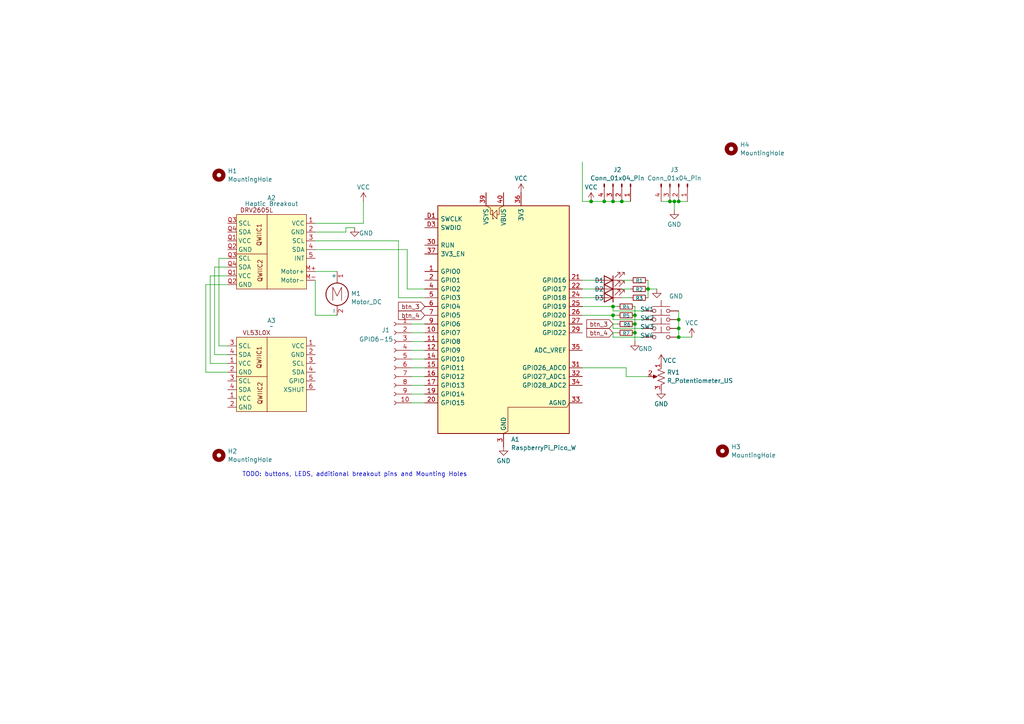
<source format=kicad_sch>
(kicad_sch (version 20250114) (generator "eeschema") (generator_version "9.0")
  (paper "A4")
  (lib_symbols
    (symbol "Connector:Conn_01x04_Pin" (pin_names (offset 1.016) (hide yes))
      (property "Reference" "J" (at 0 5.08 0))
      (property "Value" "Conn_01x04_Pin" (at 0 -7.62 0))
      (symbol "Conn_01x04_Pin_1_1"
        (rectangle (start 0.8636 2.667) (end 0 2.413) (stroke (width 0.1524)) (fill (type outline)))
        (rectangle (start 0.8636 0.127) (end 0 -0.127) (stroke (width 0.1524)) (fill (type outline)))
        (rectangle (start 0.8636 -2.413) (end 0 -2.667) (stroke (width 0.1524)) (fill (type outline)))
        (rectangle (start 0.8636 -4.953) (end 0 -5.207) (stroke (width 0.1524)) (fill (type outline)))
        (polyline (pts (xy 1.27 2.54) (xy 0.8636 2.54)) (stroke (width 0.1524)))
        (polyline (pts (xy 1.27 0) (xy 0.8636 0)) (stroke (width 0.1524)))
        (polyline (pts (xy 1.27 -2.54) (xy 0.8636 -2.54)) (stroke (width 0.1524)))
        (polyline (pts (xy 1.27 -5.08) (xy 0.8636 -5.08)) (stroke (width 0.1524)))
        (pin passive line (at 5.08 2.54 180) (length 3.81) (name "Pin_1") (number "1"))
        (pin passive line (at 5.08 0 180) (length 3.81) (name "Pin_2") (number "2"))
        (pin passive line (at 5.08 -2.54 180) (length 3.81) (name "Pin_3") (number "3"))
        (pin passive line (at 5.08 -5.08 180) (length 3.81) (name "Pin_4") (number "4"))
      )
    )
    (symbol "Connector:Conn_01x10_Socket" (pin_names (offset 1.016) (hide yes))
      (property "Reference" "J" (at 0 12.7 0))
      (property "Value" "Conn_01x10_Socket" (at 0 -15.24 0))
      (symbol "Conn_01x10_Socket_1_1"
        (polyline (pts (xy -1.27 10.16) (xy -0.508 10.16)) (stroke (width 0.1524)))
        (polyline (pts (xy -1.27 7.62) (xy -0.508 7.62)) (stroke (width 0.1524)))
        (polyline (pts (xy -1.27 5.08) (xy -0.508 5.08)) (stroke (width 0.1524)))
        (polyline (pts (xy -1.27 2.54) (xy -0.508 2.54)) (stroke (width 0.1524)))
        (polyline (pts (xy -1.27 0) (xy -0.508 0)) (stroke (width 0.1524)))
        (polyline (pts (xy -1.27 -2.54) (xy -0.508 -2.54)) (stroke (width 0.1524)))
        (polyline (pts (xy -1.27 -5.08) (xy -0.508 -5.08)) (stroke (width 0.1524)))
        (polyline (pts (xy -1.27 -7.62) (xy -0.508 -7.62)) (stroke (width 0.1524)))
        (polyline (pts (xy -1.27 -10.16) (xy -0.508 -10.16)) (stroke (width 0.1524)))
        (polyline (pts (xy -1.27 -12.7) (xy -0.508 -12.7)) (stroke (width 0.1524)))
        (arc (start 0 9.652) (mid -0.5058 10.16) (end 0 10.668) (stroke (width 0.1524)))
        (arc (start 0 7.112) (mid -0.5058 7.62) (end 0 8.128) (stroke (width 0.1524)))
        (arc (start 0 4.572) (mid -0.5058 5.08) (end 0 5.588) (stroke (width 0.1524)))
        (arc (start 0 2.032) (mid -0.5058 2.54) (end 0 3.048) (stroke (width 0.1524)))
        (arc (start 0 -0.508) (mid -0.5058 0) (end 0 0.508) (stroke (width 0.1524)))
        (arc (start 0 -3.048) (mid -0.5058 -2.54) (end 0 -2.032) (stroke (width 0.1524)))
        (arc (start 0 -5.588) (mid -0.5058 -5.08) (end 0 -4.572) (stroke (width 0.1524)))
        (arc (start 0 -8.128) (mid -0.5058 -7.62) (end 0 -7.112) (stroke (width 0.1524)))
        (arc (start 0 -10.668) (mid -0.5058 -10.16) (end 0 -9.652) (stroke (width 0.1524)))
        (arc (start 0 -13.208) (mid -0.5058 -12.7) (end 0 -12.192) (stroke (width 0.1524)))
        (pin passive line (at -5.08 10.16 0) (length 3.81) (name "Pin_1") (number "1"))
        (pin passive line (at -5.08 7.62 0) (length 3.81) (name "Pin_2") (number "2"))
        (pin passive line (at -5.08 5.08 0) (length 3.81) (name "Pin_3") (number "3"))
        (pin passive line (at -5.08 2.54 0) (length 3.81) (name "Pin_4") (number "4"))
        (pin passive line (at -5.08 0 0) (length 3.81) (name "Pin_5") (number "5"))
        (pin passive line (at -5.08 -2.54 0) (length 3.81) (name "Pin_6") (number "6"))
        (pin passive line (at -5.08 -5.08 0) (length 3.81) (name "Pin_7") (number "7"))
        (pin passive line (at -5.08 -7.62 0) (length 3.81) (name "Pin_8") (number "8"))
        (pin passive line (at -5.08 -10.16 0) (length 3.81) (name "Pin_9") (number "9"))
        (pin passive line (at -5.08 -12.7 0) (length 3.81) (name "Pin_10") (number "10"))
      )
    )
    (symbol "Device:LED" (pin_numbers (hide yes)) (pin_names (offset 1.016) (hide yes))
      (property "Reference" "D" (at 0 2.54 0))
      (property "Value" "LED" (at 0 -2.54 0))
      (symbol "LED_0_1"
        (polyline (pts (xy -3.048 -0.762) (xy -4.572 -2.286) (xy -3.81 -2.286) (xy -4.572 -2.286) (xy -4.572 -1.524)))
        (polyline (pts (xy -1.778 -0.762) (xy -3.302 -2.286) (xy -2.54 -2.286) (xy -3.302 -2.286) (xy -3.302 -1.524)))
        (polyline (pts (xy -1.27 0) (xy 1.27 0)))
        (polyline (pts (xy -1.27 -1.27) (xy -1.27 1.27)) (stroke (width 0.254)))
        (polyline (pts (xy 1.27 -1.27) (xy 1.27 1.27) (xy -1.27 0) (xy 1.27 -1.27)) (stroke (width 0.254)))
      )
      (symbol "LED_1_1"
        (pin passive line (at -3.81 0 0) (length 2.54) (name "K") (number "1"))
        (pin passive line (at 3.81 0 180) (length 2.54) (name "A") (number "2"))
      )
    )
    (symbol "Device:R_Potentiometer_US" (pin_names (offset 1.016) (hide yes))
      (property "Reference" "RV" (at -4.445 0 90))
      (property "Value" "R_Potentiometer_US" (at -2.54 0 90))
      (symbol "R_Potentiometer_US_0_1"
        (polyline (pts (xy 0 2.54) (xy 0 2.286)))
        (polyline (pts (xy 0 2.286) (xy 1.016 1.905) (xy 0 1.524) (xy -1.016 1.143) (xy 0 0.762)))
        (polyline (pts (xy 0 0.762) (xy 1.016 0.381) (xy 0 0) (xy -1.016 -0.381) (xy 0 -0.762)))
        (polyline (pts (xy 0 -0.762) (xy 1.016 -1.143) (xy 0 -1.524) (xy -1.016 -1.905) (xy 0 -2.286)))
        (polyline (pts (xy 0 -2.286) (xy 0 -2.54)))
        (polyline (pts (xy 1.143 0) (xy 2.286 0.508) (xy 2.286 -0.508) (xy 1.143 0)) (fill (type outline)))
        (polyline (pts (xy 2.54 0) (xy 1.524 0)))
      )
      (symbol "R_Potentiometer_US_1_1"
        (pin passive line (at 0 3.81 270) (length 1.27) (name "1") (number "1"))
        (pin passive line (at 0 -3.81 90) (length 1.27) (name "3") (number "3"))
        (pin passive line (at 3.81 0 180) (length 1.27) (name "2") (number "2"))
      )
    )
    (symbol "Device:R_Small" (pin_numbers (hide yes)) (pin_names (offset 0.254) (hide yes))
      (property "Reference" "R" (at 0 0 90))
      (property "Value" "R_Small" (at 1.778 0 90))
      (symbol "R_Small_0_1"
        (rectangle (start -0.762 1.778) (end 0.762 -1.778) (stroke (width 0.2032)))
      )
      (symbol "R_Small_1_1"
        (pin passive line (at 0 2.54 270) (length 0.762) (name "~") (number "1"))
        (pin passive line (at 0 -2.54 90) (length 0.762) (name "~") (number "2"))
      )
    )
    (symbol "HapticHandSymbolLibrary:Adafruit_DRV2605L"
      (property "Reference" "A" (at 6.858 8.636 0))
      (symbol "Adafruit_DRV2605L_0_1"
        (polyline (pts (xy -10.16 -3.81) (xy -1.27 -3.81) (xy -1.27 7.62) (xy -1.27 -13.97)))
      )
      (symbol "Adafruit_DRV2605L_1_1"
        (rectangle (start -10.16 7.62) (end 10.16 -13.97) (fill (type background)))
        (text "DRV2605L" (at -4.318 8.89 0) (effects (font (size 1.27 1.27))))
        (text "QWIIC1" (at -3.556 1.778 900) (effects (font (size 1.27 1.27))))
        (text "QWIIC2" (at -3.302 -8.636 900) (effects (font (size 1.27 1.27))))
        (pin bidirectional line (at -12.7 5.08 0) (length 2.54) (name "SCL") (number "Q3"))
        (pin bidirectional line (at -12.7 2.54 0) (length 2.54) (name "SDA") (number "Q4"))
        (pin power_in line (at -12.7 0 0) (length 2.54) (name "VCC") (number "Q1"))
        (pin power_in line (at -12.7 -2.54 0) (length 2.54) (name "GND") (number "Q2"))
        (pin bidirectional line (at -12.7 -5.08 0) (length 2.54) (name "SCL") (number "Q3"))
        (pin bidirectional line (at -12.7 -7.62 0) (length 2.54) (name "SDA") (number "Q4"))
        (pin power_in line (at -12.7 -10.16 0) (length 2.54) (name "VCC") (number "Q1"))
        (pin power_in line (at -12.7 -12.7 0) (length 2.54) (name "GND") (number "Q2"))
        (pin power_in line (at 12.7 5.08 180) (length 2.54) (name "VCC") (number "1"))
        (pin power_in line (at 12.7 2.54 180) (length 2.54) (name "GND") (number "2"))
        (pin bidirectional line (at 12.7 0 180) (length 2.54) (name "SCL") (number "3"))
        (pin bidirectional line (at 12.7 -2.54 180) (length 2.54) (name "SDA") (number "4"))
        (pin input line (at 12.7 -5.08 180) (length 2.54) (name "INT") (number "5"))
        (pin output line (at 12.7 -8.89 180) (length 2.54) (name "Motor+") (number "M+"))
        (pin output line (at 12.7 -11.43 180) (length 2.54) (name "Motor-") (number "M-"))
      )
    )
    (symbol "HapticHandSymbolLibrary:Adafruit_VL53L0X_Breakout"
      (property "Reference" "A" (at 6.858 8.636 0))
      (symbol "Adafruit_VL53L0X_Breakout_0_1"
        (polyline (pts (xy -10.16 -3.81) (xy -1.27 -3.81) (xy -1.27 7.62) (xy -1.27 -13.97)))
      )
      (symbol "Adafruit_VL53L0X_Breakout_1_1"
        (rectangle (start -10.16 7.62) (end 10.16 -13.97) (fill (type background)))
        (text "VL53L0X" (at -4.318 8.89 0) (effects (font (size 1.27 1.27))))
        (text "QWIIC1" (at -3.556 1.778 900) (effects (font (size 1.27 1.27))))
        (text "QWIIC2" (at -3.302 -8.636 900) (effects (font (size 1.27 1.27))))
        (pin bidirectional line (at -12.7 5.08 0) (length 2.54) (name "SCL") (number "3"))
        (pin bidirectional line (at -12.7 2.54 0) (length 2.54) (name "SDA") (number "4"))
        (pin power_in line (at -12.7 0 0) (length 2.54) (name "VCC") (number "1"))
        (pin power_in line (at -12.7 -2.54 0) (length 2.54) (name "GND") (number "2"))
        (pin bidirectional line (at -12.7 -5.08 0) (length 2.54) (name "SCL") (number "3"))
        (pin bidirectional line (at -12.7 -7.62 0) (length 2.54) (name "SDA") (number "4"))
        (pin power_in line (at -12.7 -10.16 0) (length 2.54) (name "VCC") (number "1"))
        (pin power_in line (at -12.7 -12.7 0) (length 2.54) (name "GND") (number "2"))
        (pin power_in line (at 12.7 5.08 180) (length 2.54) (name "VCC") (number "1"))
        (pin power_in line (at 12.7 2.54 180) (length 2.54) (name "GND") (number "2"))
        (pin bidirectional line (at 12.7 0 180) (length 2.54) (name "SCL") (number "3"))
        (pin bidirectional line (at 12.7 -2.54 180) (length 2.54) (name "SDA") (number "4"))
        (pin bidirectional line (at 12.7 -5.08 180) (length 2.54) (name "GPIO") (number "5"))
        (pin input line (at 12.7 -7.62 180) (length 2.54) (name "XSHUT") (number "6"))
      )
    )
    (symbol "MCU_Module:RaspberryPi_Pico_W_Debug" (pin_names (offset 0.762))
      (property "Reference" "A" (at -19.05 35.56 0))
      (property "Value" "RaspberryPi_Pico_W" (at 7.62 35.56 0))
      (symbol "RaspberryPi_Pico_W_Debug_0_1"
        (rectangle (start -19.05 34.29) (end 19.05 -31.75) (stroke (width 0.254)) (fill (type background)))
        (polyline (pts (xy -5.08 34.29) (xy -3.81 33.655) (xy -3.81 31.75) (xy -3.175 31.75)))
        (polyline (pts (xy -3.429 32.766) (xy -3.429 33.02) (xy -3.175 33.02) (xy -3.175 30.48) (xy -2.921 30.48) (xy -2.921 30.734)))
        (polyline (pts (xy -3.175 31.75) (xy -1.905 33.02) (xy -1.905 30.48) (xy -3.175 31.75)))
        (polyline (pts (xy 0 34.29) (xy -1.27 33.655) (xy -1.27 31.75) (xy -1.905 31.75)))
        (polyline (pts (xy 0 -31.75) (xy 1.27 -31.115) (xy 1.27 -24.13) (xy 18.415 -24.13) (xy 19.05 -22.86)))
      )
      (symbol "RaspberryPi_Pico_W_Debug_1_1"
        (pin input line (at -22.86 30.48 0) (length 3.81) (name "SWCLK") (number "D1"))
        (pin bidirectional line (at -22.86 27.94 0) (length 3.81) (name "SWDIO") (number "D3"))
        (pin passive line (at -22.86 22.86 0) (length 3.81) (name "RUN") (number "30"))
        (pin passive line (at -22.86 20.32 0) (length 3.81) (name "3V3_EN") (number "37"))
        (pin bidirectional line (at -22.86 15.24 0) (length 3.81) (name "GPIO0") (number "1"))
        (pin bidirectional line (at -22.86 12.7 0) (length 3.81) (name "GPIO1") (number "2"))
        (pin bidirectional line (at -22.86 10.16 0) (length 3.81) (name "GPIO2") (number "4"))
        (pin bidirectional line (at -22.86 7.62 0) (length 3.81) (name "GPIO3") (number "5"))
        (pin bidirectional line (at -22.86 5.08 0) (length 3.81) (name "GPIO4") (number "6"))
        (pin bidirectional line (at -22.86 2.54 0) (length 3.81) (name "GPIO5") (number "7"))
        (pin bidirectional line (at -22.86 0 0) (length 3.81) (name "GPIO6") (number "9"))
        (pin bidirectional line (at -22.86 -2.54 0) (length 3.81) (name "GPIO7") (number "10"))
        (pin bidirectional line (at -22.86 -5.08 0) (length 3.81) (name "GPIO8") (number "11"))
        (pin bidirectional line (at -22.86 -7.62 0) (length 3.81) (name "GPIO9") (number "12"))
        (pin bidirectional line (at -22.86 -10.16 0) (length 3.81) (name "GPIO10") (number "14"))
        (pin bidirectional line (at -22.86 -12.7 0) (length 3.81) (name "GPIO11") (number "15"))
        (pin bidirectional line (at -22.86 -15.24 0) (length 3.81) (name "GPIO12") (number "16"))
        (pin bidirectional line (at -22.86 -17.78 0) (length 3.81) (name "GPIO13") (number "17"))
        (pin bidirectional line (at -22.86 -20.32 0) (length 3.81) (name "GPIO14") (number "19"))
        (pin bidirectional line (at -22.86 -22.86 0) (length 3.81) (name "GPIO15") (number "20"))
        (pin power_in line (at -5.08 38.1 270) (length 3.81) (name "VSYS") (number "39"))
        (pin power_out line (at 0 38.1 270) (length 3.81) (name "VBUS") (number "40"))
        (pin passive line (at 0 -35.56 90) (length 3.81) (hide yes) (name "GND") (number "13"))
        (pin passive line (at 0 -35.56 90) (length 3.81) (hide yes) (name "GND") (number "18"))
        (pin passive line (at 0 -35.56 90) (length 3.81) (hide yes) (name "GND") (number "23"))
        (pin passive line (at 0 -35.56 90) (length 3.81) (hide yes) (name "GND") (number "28"))
        (pin power_out line (at 0 -35.56 90) (length 3.81) (name "GND") (number "3"))
        (pin passive line (at 0 -35.56 90) (length 3.81) (hide yes) (name "GND") (number "38"))
        (pin passive line (at 0 -35.56 90) (length 3.81) (hide yes) (name "GND") (number "8"))
        (pin passive line (at 0 -35.56 90) (length 3.81) (hide yes) (name "GND") (number "D2"))
        (pin power_out line (at 5.08 38.1 270) (length 3.81) (name "3V3") (number "36"))
        (pin bidirectional line (at 22.86 12.7 180) (length 3.81) (name "GPIO16") (number "21"))
        (pin bidirectional line (at 22.86 10.16 180) (length 3.81) (name "GPIO17") (number "22"))
        (pin bidirectional line (at 22.86 7.62 180) (length 3.81) (name "GPIO18") (number "24"))
        (pin bidirectional line (at 22.86 5.08 180) (length 3.81) (name "GPIO19") (number "25"))
        (pin bidirectional line (at 22.86 2.54 180) (length 3.81) (name "GPIO20") (number "26"))
        (pin bidirectional line (at 22.86 0 180) (length 3.81) (name "GPIO21") (number "27"))
        (pin bidirectional line (at 22.86 -2.54 180) (length 3.81) (name "GPIO22") (number "29"))
        (pin power_in line (at 22.86 -7.62 180) (length 3.81) (name "ADC_VREF") (number "35"))
        (pin bidirectional line (at 22.86 -12.7 180) (length 3.81) (name "GPIO26_ADC0") (number "31"))
        (pin bidirectional line (at 22.86 -15.24 180) (length 3.81) (name "GPIO27_ADC1") (number "32"))
        (pin bidirectional line (at 22.86 -17.78 180) (length 3.81) (name "GPIO28_ADC2") (number "34"))
        (pin power_out line (at 22.86 -22.86 180) (length 3.81) (name "AGND") (number "33"))
      )
    )
    (symbol "Mechanical:MountingHole" (pin_names (offset 1.016)) (in_bom no)
      (property "Reference" "H" (at 0 5.08 0))
      (property "Value" "MountingHole" (at 0 3.175 0))
      (symbol "MountingHole_0_1"
        (circle (center 0 0) (radius 1.27) (stroke (width 1.27)))
      )
    )
    (symbol "Motor:Motor_DC" (pin_names (offset 0))
      (property "Reference" "M" (at 2.54 2.54 0))
      (property "Value" "Motor_DC" (at 2.54 -5.08 0))
      (symbol "Motor_DC_0_0"
        (polyline (pts (xy -1.27 -3.302) (xy -1.27 0.508) (xy 0 -2.032) (xy 1.27 0.508) (xy 1.27 -3.302)))
      )
      (symbol "Motor_DC_0_1"
        (polyline (pts (xy 0 2.032) (xy 0 2.54)))
        (polyline (pts (xy 0 1.7272) (xy 0 2.0828)))
        (circle (center 0 -1.524) (radius 3.2512) (stroke (width 0.254)))
        (polyline (pts (xy 0 -4.7752) (xy 0 -5.1816)))
        (polyline (pts (xy 0 -7.62) (xy 0 -7.112)))
      )
      (symbol "Motor_DC_1_1"
        (pin passive line (at 0 5.08 270) (length 2.54) (name "+") (number "1"))
        (pin passive line (at 0 -7.62 90) (length 2.54) (name "-") (number "2"))
      )
    )
    (symbol "Switch:SW_Push" (pin_numbers (hide yes)) (pin_names (offset 1.016) (hide yes))
      (property "Reference" "SW" (at 1.27 2.54 0))
      (property "Value" "SW_Push" (at 0 -1.524 0))
      (symbol "SW_Push_0_1"
        (circle (center -2.032 0) (radius 0.508))
        (polyline (pts (xy 0 1.27) (xy 0 3.048)))
        (circle (center 2.032 0) (radius 0.508))
        (polyline (pts (xy 2.54 1.27) (xy -2.54 1.27)))
        (pin passive line (at -5.08 0 0) (length 2.54) (name "1") (number "1"))
        (pin passive line (at 5.08 0 180) (length 2.54) (name "2") (number "2"))
      )
    )
    (symbol "power:GND" (power) (pin_numbers (hide yes)) (pin_names (offset 0) (hide yes))
      (property "Value" "GND" (at 0 -3.81 0))
      (symbol "GND_0_1"
        (polyline (pts (xy 0 0) (xy 0 -1.27) (xy 1.27 -1.27) (xy 0 -2.54) (xy -1.27 -1.27) (xy 0 -1.27)))
      )
      (symbol "GND_1_1"
        (pin power_in line (at 0 0 270) (length 0) (name "~") (number "1"))
      )
    )
    (symbol "power:VCC" (power) (pin_numbers (hide yes)) (pin_names (offset 0) (hide yes))
      (property "Value" "VCC" (at 0 3.556 0))
      (symbol "VCC_0_1"
        (polyline (pts (xy -0.762 1.27) (xy 0 2.54)))
        (polyline (pts (xy 0 2.54) (xy 0.762 1.27)))
        (polyline (pts (xy 0 0) (xy 0 2.54)))
      )
      (symbol "VCC_1_1"
        (pin power_in line (at 0 0 90) (length 0) (name "~") (number "1"))
      )
    )
  )
  (text "TODO: buttons, LEDS, additional breakout pins and Mounting Holes" (at 102.87 137.668 0) (effects (font (size 1.27 1.27))))
  (junction (at 196.85 95.25))
  (junction (at 180.34 58.42))
  (junction (at 194.31 58.42))
  (junction (at 196.85 58.42))
  (junction (at 175.26 58.42))
  (junction (at 196.85 92.71))
  (junction (at 187.96 83.82))
  (junction (at 196.85 97.79))
  (junction (at 184.15 91.44))
  (junction (at 177.8 91.44))
  (junction (at 177.8 88.9))
  (junction (at 195.58 58.42))
  (junction (at 171.45 58.42))
  (junction (at 184.15 93.98))
  (junction (at 177.8 58.42))
  (junction (at 184.15 96.52))
  (wire (pts (xy 168.91 81.28) (xy 172.72 81.28)))
  (wire (pts (xy 184.15 93.98) (xy 184.15 96.52)))
  (wire (pts (xy 180.34 83.82) (xy 182.88 83.82)))
  (wire (pts (xy 63.5 100.33) (xy 66.04 100.33)))
  (wire (pts (xy 180.34 86.36) (xy 182.88 86.36)))
  (wire (pts (xy 100.33 66.04) (xy 102.87 66.04)))
  (wire (pts (xy 119.38 116.84) (xy 123.19 116.84)))
  (wire (pts (xy 184.15 91.44) (xy 184.15 93.98)))
  (wire (pts (xy 195.58 58.42) (xy 195.58 60.96)))
  (wire (pts (xy 100.33 66.04) (xy 100.33 67.31)))
  (wire (pts (xy 194.31 58.42) (xy 195.58 58.42)))
  (wire (pts (xy 91.44 69.85) (xy 115.57 69.85)))
  (wire (pts (xy 115.57 86.36) (xy 115.57 69.85)))
  (wire (pts (xy 59.69 107.95) (xy 66.04 107.95)))
  (wire (pts (xy 177.8 95.25) (xy 177.8 93.98)))
  (wire (pts (xy 66.04 74.93) (xy 63.5 74.93)))
  (wire (pts (xy 187.96 81.28) (xy 187.96 83.82)))
  (wire (pts (xy 119.38 106.68) (xy 123.19 106.68)))
  (wire (pts (xy 196.85 95.25) (xy 196.85 97.79)))
  (wire (pts (xy 187.96 83.82) (xy 187.96 86.36)))
  (wire (pts (xy 60.96 80.01) (xy 60.96 105.41)))
  (wire (pts (xy 177.8 97.79) (xy 177.8 96.52)))
  (wire (pts (xy 105.41 58.42) (xy 105.41 64.77)))
  (wire (pts (xy 91.44 78.74) (xy 97.79 78.74)))
  (wire (pts (xy 180.34 81.28) (xy 182.88 81.28)))
  (wire (pts (xy 186.69 90.17) (xy 177.8 90.17)))
  (wire (pts (xy 196.85 92.71) (xy 196.85 95.25)))
  (wire (pts (xy 62.23 77.47) (xy 62.23 102.87)))
  (wire (pts (xy 181.61 109.22) (xy 187.96 109.22)))
  (wire (pts (xy 177.8 91.44) (xy 179.07 91.44)))
  (wire (pts (xy 191.77 58.42) (xy 194.31 58.42)))
  (wire (pts (xy 59.69 82.55) (xy 59.69 107.95)))
  (wire (pts (xy 186.69 95.25) (xy 177.8 95.25)))
  (wire (pts (xy 62.23 102.87) (xy 66.04 102.87)))
  (wire (pts (xy 186.69 97.79) (xy 177.8 97.79)))
  (wire (pts (xy 171.45 58.42) (xy 175.26 58.42)))
  (wire (pts (xy 177.8 93.98) (xy 179.07 93.98)))
  (wire (pts (xy 60.96 105.41) (xy 66.04 105.41)))
  (wire (pts (xy 184.15 96.52) (xy 184.15 99.06)))
  (wire (pts (xy 66.04 80.01) (xy 60.96 80.01)))
  (wire (pts (xy 168.91 58.42) (xy 171.45 58.42)))
  (wire (pts (xy 100.33 67.31) (xy 91.44 67.31)))
  (wire (pts (xy 91.44 64.77) (xy 105.41 64.77)))
  (wire (pts (xy 196.85 97.79) (xy 200.66 97.79)))
  (wire (pts (xy 168.91 83.82) (xy 172.72 83.82)))
  (wire (pts (xy 190.5 83.82) (xy 187.96 83.82)))
  (wire (pts (xy 177.8 88.9) (xy 179.07 88.9)))
  (wire (pts (xy 186.69 92.71) (xy 177.8 92.71)))
  (wire (pts (xy 168.91 46.99) (xy 168.91 58.42)))
  (wire (pts (xy 123.19 86.36) (xy 115.57 86.36)))
  (wire (pts (xy 118.11 72.39) (xy 91.44 72.39)))
  (wire (pts (xy 123.19 83.82) (xy 118.11 83.82)))
  (wire (pts (xy 181.61 106.68) (xy 181.61 109.22)))
  (wire (pts (xy 66.04 82.55) (xy 59.69 82.55)))
  (wire (pts (xy 177.8 58.42) (xy 180.34 58.42)))
  (wire (pts (xy 119.38 101.6) (xy 123.19 101.6)))
  (wire (pts (xy 168.91 91.44) (xy 177.8 91.44)))
  (wire (pts (xy 119.38 109.22) (xy 123.19 109.22)))
  (wire (pts (xy 177.8 92.71) (xy 177.8 91.44)))
  (wire (pts (xy 91.44 81.28) (xy 91.44 91.44)))
  (wire (pts (xy 63.5 74.93) (xy 63.5 100.33)))
  (wire (pts (xy 119.38 111.76) (xy 123.19 111.76)))
  (wire (pts (xy 175.26 58.42) (xy 177.8 58.42)))
  (wire (pts (xy 180.34 58.42) (xy 182.88 58.42)))
  (wire (pts (xy 119.38 104.14) (xy 123.19 104.14)))
  (wire (pts (xy 177.8 96.52) (xy 179.07 96.52)))
  (wire (pts (xy 66.04 77.47) (xy 62.23 77.47)))
  (wire (pts (xy 196.85 90.17) (xy 196.85 92.71)))
  (wire (pts (xy 168.91 88.9) (xy 177.8 88.9)))
  (wire (pts (xy 168.91 86.36) (xy 172.72 86.36)))
  (wire (pts (xy 196.85 58.42) (xy 199.39 58.42)))
  (wire (pts (xy 195.58 58.42) (xy 196.85 58.42)))
  (wire (pts (xy 119.38 93.98) (xy 123.19 93.98)))
  (wire (pts (xy 119.38 96.52) (xy 123.19 96.52)))
  (wire (pts (xy 177.8 90.17) (xy 177.8 88.9)))
  (wire (pts (xy 91.44 91.44) (xy 97.79 91.44)))
  (wire (pts (xy 119.38 99.06) (xy 123.19 99.06)))
  (wire (pts (xy 119.38 114.3) (xy 123.19 114.3)))
  (wire (pts (xy 118.11 83.82) (xy 118.11 72.39)))
  (wire (pts (xy 184.15 88.9) (xy 184.15 91.44)))
  (wire (pts (xy 168.91 106.68) (xy 181.61 106.68)))
  (global_label "btn_3" (shape input) (at 123.19 88.9 180) (property "Intersheetrefs" "${INTERSHEET_REFS}" (effects (hide yes))))
  (global_label "btn_4" (shape input) (at 177.8 96.52 180) (property "Intersheetrefs" "${INTERSHEET_REFS}" (effects (hide yes))))
  (global_label "btn_3" (shape input) (at 177.8 93.98 180) (property "Intersheetrefs" "${INTERSHEET_REFS}" (effects (hide yes))))
  (global_label "btn_4" (shape input) (at 123.19 91.44 180) (property "Intersheetrefs" "${INTERSHEET_REFS}" (effects (hide yes))))
  (symbol (lib_id "Device:LED") (at 176.53 83.82 180) (unit 1)
    (property "Reference" "D2" (at 173.7995 83.8665 0))
    (property "Value" "LED" (effects (hide yes)))
    (property "Footprint" "LED_SMD:LED_0603_1608Metric_Pad1.05x0.95mm_HandSolder" (effects (hide yes)))
    (property "Description" "Light emitting diode" (effects (hide yes)))
    (property "Sim.Pins" "1=K 2=A" (effects (hide yes)))
  )
  (symbol (lib_id "Device:LED") (at 176.53 81.28 180) (unit 1)
    (property "Reference" "D1" (at 173.7995 81.3265 0))
    (property "Value" "LED" (effects (hide yes)))
    (property "Footprint" "LED_SMD:LED_0603_1608Metric_Pad1.05x0.95mm_HandSolder" (effects (hide yes)))
    (property "Description" "Light emitting diode" (effects (hide yes)))
    (property "Sim.Pins" "1=K 2=A" (effects (hide yes)))
  )
  (symbol (lib_id "Device:R_Small") (at 181.61 91.44 90) (unit 1)
    (property "Reference" "R5" (at 181.61 91.5893 90) (effects (font (size 1.016 1.016))))
    (property "Value" "R_Small" (effects (hide yes)))
    (property "Footprint" "Resistor_SMD:R_0603_1608Metric_Pad0.98x0.95mm_HandSolder" (effects (hide yes)))
    (property "Description" "Resistor, small symbol" (effects (hide yes)))
  )
  (symbol (lib_id "Connector:Conn_01x04_Pin") (at 180.34 53.34 270) (unit 1)
    (property "Reference" "J2" (at 179.07 49.2463 90))
    (property "Value" "Conn_01x04_Pin" (at 179.07 51.6706 90))
    (property "Footprint" "Connector_PinHeader_2.54mm:PinHeader_1x04_P2.54mm_Vertical" (effects (hide yes)))
    (property "Description" "Generic connector, single row, 01x04, script generated" (effects (hide yes)))
  )
  (symbol (lib_id "Device:LED") (at 176.53 86.36 180) (unit 1)
    (property "Reference" "D3" (at 173.7995 86.4065 0))
    (property "Value" "LED" (effects (hide yes)))
    (property "Footprint" "LED_SMD:LED_0603_1608Metric_Pad1.05x0.95mm_HandSolder" (effects (hide yes)))
    (property "Description" "Light emitting diode" (effects (hide yes)))
    (property "Sim.Pins" "1=K 2=A" (effects (hide yes)))
  )
  (symbol (lib_id "power:GND") (at 102.87 66.04 0) (unit 1)
    (property "Reference" "#PWR06" (effects (hide yes)))
    (property "Value" "GND" (at 106.172 67.6331 0))
    (property "Description" "Power symbol creates a global label with name \"GND\" , ground" (effects (hide yes)))
  )
  (symbol (lib_id "Device:R_Small") (at 185.42 83.82 90) (unit 1)
    (property "Reference" "R2" (at 185.42 83.9693 90) (effects (font (size 1.016 1.016))))
    (property "Value" "R_Small" (effects (hide yes)))
    (property "Footprint" "Resistor_SMD:R_0603_1608Metric_Pad0.98x0.95mm_HandSolder" (effects (hide yes)))
    (property "Description" "Resistor, small symbol" (effects (hide yes)))
  )
  (symbol (lib_id "Switch:SW_Push") (at 191.77 90.17 0) (unit 1)
    (property "Reference" "SW1" (at 187.706 89.7085 0))
    (property "Value" "SW_Push" (effects (hide yes)))
    (property "Footprint" "Button_Switch_SMD:SW_Push_1P1T_NO_E-Switch_TL3301NxxxxxG" (effects (hide yes)))
    (property "Description" "Push button switch, generic, two pins" (effects (hide yes)))
  )
  (symbol (lib_id "power:VCC") (at 191.77 105.41 0) (unit 1)
    (property "Reference" "#PWR03" (effects (hide yes)))
    (property "Value" "VCC" (at 194.31 104.5789 0))
    (property "Description" "Power symbol creates a global label with name \"VCC\"" (effects (hide yes)))
  )
  (symbol (lib_id "power:VCC") (at 171.45 58.42 0) (unit 1)
    (property "Reference" "#PWR09" (effects (hide yes)))
    (property "Value" "VCC" (at 171.45 54.2869 0))
    (property "Description" "Power symbol creates a global label with name \"VCC\"" (effects (hide yes)))
  )
  (symbol (lib_id "MCU_Module:RaspberryPi_Pico_W_Debug") (at 146.05 93.98 0) (unit 1)
    (property "Reference" "A1" (at 148.1933 127.4501 0) (effects (justify left)))
    (property "Value" "RaspberryPi_Pico_W" (at 148.1933 129.8744 0) (effects (justify left)))
    (property "Footprint" "Module:RaspberryPi_Pico_Common_Unspecified" (effects (hide yes)))
    (property "Datasheet" "https://datasheets.raspberrypi.com/picow/pico-w-datasheet.pdf" (effects (hide yes)))
    (property "Description" "Versatile and inexpensive wireless microcontroller module (with debug pins) powered by RP2040 dual-core Arm Cortex-M0+ processor up to 133 MHz, 264kB SRAM, 2MB QSPI flash, Infineon CYW43439 2.4GHz 802.11n wireless LAN; also supports Raspberry Pi Pico 2 W" (effects (hide yes)))
  )
  (symbol (lib_id "Device:R_Small") (at 185.42 81.28 90) (unit 1)
    (property "Reference" "R1" (at 185.42 81.4293 90) (effects (font (size 1.016 1.016))))
    (property "Value" "R_Small" (effects (hide yes)))
    (property "Footprint" "Resistor_SMD:R_0603_1608Metric_Pad0.98x0.95mm_HandSolder" (effects (hide yes)))
    (property "Description" "Resistor, small symbol" (effects (hide yes)))
  )
  (symbol (lib_id "power:GND") (at 184.15 99.06 0) (unit 1)
    (property "Reference" "#PWR08" (effects (hide yes)))
    (property "Value" "GND" (at 187.198 101.1611 0))
    (property "Description" "Power symbol creates a global label with name \"GND\" , ground" (effects (hide yes)))
  )
  (symbol (lib_id "Mechanical:MountingHole") (at 209.55 130.81 0) (unit 1) (in_bom no)
    (property "Reference" "H3" (at 212.09 129.5978 0) (effects (justify left)))
    (property "Value" "MountingHole" (at 212.09 132.0221 0) (effects (justify left)))
    (property "Footprint" "MountingHole:MountingHole_3.2mm_M3" (effects (hide yes)))
    (property "Description" "Mounting Hole without connection" (effects (hide yes)))
  )
  (symbol (lib_id "HapticHandSymbolLibrary:Adafruit_DRV2605L") (at 78.74 69.85 0) (unit 1)
    (property "Reference" "A2" (at 78.74 57.4069 0))
    (property "Value" "Haptic Breakout" (at 78.74 59.0883 0))
    (property "Footprint" "HapticHand_Project_Library:Adafruit DRV2605L Breakout" (effects (hide yes)))
  )
  (symbol (lib_id "Mechanical:MountingHole") (at 63.5 132.08 0) (unit 1) (in_bom no)
    (property "Reference" "H2" (at 66.04 130.8678 0) (effects (justify left)))
    (property "Value" "MountingHole" (at 66.04 133.2921 0) (effects (justify left)))
    (property "Footprint" "MountingHole:MountingHole_3.2mm_M3" (effects (hide yes)))
    (property "Description" "Mounting Hole without connection" (effects (hide yes)))
  )
  (symbol (lib_id "Device:R_Potentiometer_US") (at 191.77 109.22 0) (mirror y) (unit 1)
    (property "Reference" "RV1" (at 193.421 108.0078 0) (effects (justify right)))
    (property "Value" "R_Potentiometer_US" (at 193.421 110.4321 0) (effects (justify right)))
    (property "Footprint" "Connector_JST:JST_XH_B3B-XH-A_1x03_P2.50mm_Vertical" (effects (hide yes)))
    (property "Description" "Potentiometer, US symbol" (effects (hide yes)))
  )
  (symbol (lib_id "Device:R_Small") (at 181.61 96.52 90) (unit 1)
    (property "Reference" "R7" (at 181.61 96.6693 90) (effects (font (size 1.016 1.016))))
    (property "Value" "R_Small" (effects (hide yes)))
    (property "Footprint" "Resistor_SMD:R_0603_1608Metric_Pad0.98x0.95mm_HandSolder" (effects (hide yes)))
    (property "Description" "Resistor, small symbol" (effects (hide yes)))
  )
  (symbol (lib_id "Mechanical:MountingHole") (at 212.09 43.18 0) (unit 1) (in_bom no)
    (property "Reference" "H4" (at 214.63 41.9678 0) (effects (justify left)))
    (property "Value" "MountingHole" (at 214.63 44.3921 0) (effects (justify left)))
    (property "Footprint" "MountingHole:MountingHole_3.2mm_M3" (effects (hide yes)))
    (property "Description" "Mounting Hole without connection" (effects (hide yes)))
  )
  (symbol (lib_id "Mechanical:MountingHole") (at 63.5 50.8 0) (unit 1) (in_bom no)
    (property "Reference" "H1" (at 66.04 49.5878 0) (effects (justify left)))
    (property "Value" "MountingHole" (at 66.04 52.0121 0) (effects (justify left)))
    (property "Footprint" "MountingHole:MountingHole_3.2mm_M3" (effects (hide yes)))
    (property "Description" "Mounting Hole without connection" (effects (hide yes)))
  )
  (symbol (lib_id "HapticHandSymbolLibrary:Adafruit_VL53L0X_Breakout") (at 78.74 105.41 0) (unit 1) (on_board no)
    (property "Reference" "A3" (at 78.74 92.9669 0))
    (property "Value" "~" (at 78.74 94.6483 0))
  )
  (symbol (lib_id "Device:R_Small") (at 181.61 93.98 90) (unit 1)
    (property "Reference" "R6" (at 181.864 94.1293 90) (effects (font (size 1.016 1.016))))
    (property "Value" "R_Small" (effects (hide yes)))
    (property "Footprint" "Resistor_SMD:R_0603_1608Metric_Pad0.98x0.95mm_HandSolder" (effects (hide yes)))
    (property "Description" "Resistor, small symbol" (effects (hide yes)))
  )
  (symbol (lib_id "Switch:SW_Push") (at 191.77 92.71 0) (unit 1)
    (property "Reference" "SW2" (at 187.706 92.2485 0))
    (property "Value" "SW_Push" (effects (hide yes)))
    (property "Footprint" "Button_Switch_SMD:SW_Push_1P1T_NO_E-Switch_TL3301NxxxxxG" (effects (hide yes)))
    (property "Description" "Push button switch, generic, two pins" (effects (hide yes)))
  )
  (symbol (lib_id "power:VCC") (at 151.13 55.88 0) (unit 1)
    (property "Reference" "#PWR01" (effects (hide yes)))
    (property "Value" "VCC" (at 151.13 51.7469 0))
    (property "Description" "Power symbol creates a global label with name \"VCC\"" (effects (hide yes)))
  )
  (symbol (lib_id "Switch:SW_Push") (at 191.77 95.25 0) (unit 1)
    (property "Reference" "SW3" (at 187.706 94.7885 0))
    (property "Value" "SW_Push" (effects (hide yes)))
    (property "Footprint" "Button_Switch_SMD:SW_Push_1P1T_NO_E-Switch_TL3301NxxxxxG" (effects (hide yes)))
    (property "Description" "Push button switch, generic, two pins" (effects (hide yes)))
  )
  (symbol (lib_id "Device:R_Small") (at 185.42 86.36 90) (unit 1)
    (property "Reference" "R3" (at 185.42 86.5093 90) (effects (font (size 1.016 1.016))))
    (property "Value" "R_Small" (effects (hide yes)))
    (property "Footprint" "Resistor_SMD:R_0603_1608Metric_Pad0.98x0.95mm_HandSolder" (effects (hide yes)))
    (property "Description" "Resistor, small symbol" (effects (hide yes)))
  )
  (symbol (lib_id "power:GND") (at 190.5 83.82 0) (unit 1)
    (property "Reference" "#PWR07" (effects (hide yes)))
    (property "Value" "GND" (at 196.088 85.9211 0))
    (property "Description" "Power symbol creates a global label with name \"GND\" , ground" (effects (hide yes)))
  )
  (symbol (lib_id "power:GND") (at 191.77 113.03 0) (unit 1)
    (property "Reference" "#PWR04" (effects (hide yes)))
    (property "Value" "GND" (at 191.77 117.1631 0))
    (property "Description" "Power symbol creates a global label with name \"GND\" , ground" (effects (hide yes)))
  )
  (symbol (lib_id "Connector:Conn_01x04_Pin") (at 196.85 53.34 270) (unit 1)
    (property "Reference" "J3" (at 195.58 49.2463 90))
    (property "Value" "Conn_01x04_Pin" (at 195.58 51.6706 90))
    (property "Footprint" "Connector_PinHeader_2.54mm:PinHeader_1x04_P2.54mm_Vertical" (effects (hide yes)))
    (property "Description" "Generic connector, single row, 01x04, script generated" (effects (hide yes)))
  )
  (symbol (lib_id "power:GND") (at 195.58 60.96 0) (unit 1)
    (property "Reference" "#PWR011" (effects (hide yes)))
    (property "Value" "GND" (at 195.58 65.0931 0))
    (property "Description" "Power symbol creates a global label with name \"GND\" , ground" (effects (hide yes)))
  )
  (symbol (lib_id "power:VCC") (at 105.41 58.42 0) (unit 1)
    (property "Reference" "#PWR02" (effects (hide yes)))
    (property "Value" "VCC" (at 105.41 54.2869 0))
    (property "Description" "Power symbol creates a global label with name \"VCC\"" (effects (hide yes)))
  )
  (symbol (lib_id "Switch:SW_Push") (at 191.77 97.79 0) (unit 1)
    (property "Reference" "SW4" (at 187.706 97.3285 0))
    (property "Value" "SW_Push" (effects (hide yes)))
    (property "Footprint" "Button_Switch_SMD:SW_Push_1P1T_NO_E-Switch_TL3301NxxxxxG" (effects (hide yes)))
    (property "Description" "Push button switch, generic, two pins" (effects (hide yes)))
  )
  (symbol (lib_id "Connector:Conn_01x10_Socket") (at 114.3 104.14 0) (mirror y) (unit 1)
    (property "Reference" "J1" (at 111.887 95.7283 0))
    (property "Value" "GPIO6-15" (at 109.093 98.4066 0))
    (property "Footprint" "Connector_PinHeader_2.54mm:PinHeader_1x10_P2.54mm_Vertical" (effects (hide yes)))
    (property "Description" "Generic connector, single row, 01x10, script generated" (effects (hide yes)))
  )
  (symbol (lib_id "Motor:Motor_DC") (at 97.79 83.82 0) (unit 1) (on_board no)
    (property "Reference" "M1" (at 101.8032 85.1478 0) (effects (justify left)))
    (property "Value" "Motor_DC" (at 101.8032 87.5721 0) (effects (justify left)))
    (property "Description" "DC Motor" (effects (hide yes)))
  )
  (symbol (lib_id "power:GND") (at 146.05 129.54 0) (unit 1)
    (property "Reference" "#PWR05" (effects (hide yes)))
    (property "Value" "GND" (at 146.05 133.6731 0))
    (property "Description" "Power symbol creates a global label with name \"GND\" , ground" (effects (hide yes)))
  )
  (symbol (lib_id "Device:R_Small") (at 181.61 88.9 90) (unit 1)
    (property "Reference" "R4" (at 181.61 89.0493 90) (effects (font (size 1.016 1.016))))
    (property "Value" "R_Small" (effects (hide yes)))
    (property "Footprint" "Resistor_SMD:R_0603_1608Metric_Pad0.98x0.95mm_HandSolder" (effects (hide yes)))
    (property "Description" "Resistor, small symbol" (effects (hide yes)))
  )
  (symbol (lib_id "power:VCC") (at 200.66 97.79 0) (unit 1)
    (property "Reference" "#PWR010" (effects (hide yes)))
    (property "Value" "VCC" (at 200.66 93.6569 0))
    (property "Description" "Power symbol creates a global label with name \"VCC\"" (effects (hide yes)))
  )
)
</source>
